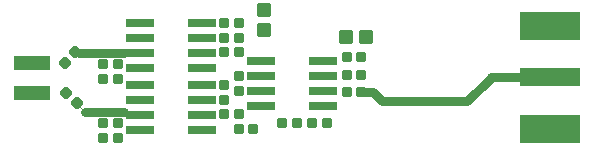
<source format=gbr>
%TF.GenerationSoftware,KiCad,Pcbnew,(6.0.7)*%
%TF.CreationDate,2022-08-24T15:08:17+02:00*%
%TF.ProjectId,diff-probe,64696666-2d70-4726-9f62-652e6b696361,rev?*%
%TF.SameCoordinates,Original*%
%TF.FileFunction,Soldermask,Top*%
%TF.FilePolarity,Negative*%
%FSLAX46Y46*%
G04 Gerber Fmt 4.6, Leading zero omitted, Abs format (unit mm)*
G04 Created by KiCad (PCBNEW (6.0.7)) date 2022-08-24 15:08:17*
%MOMM*%
%LPD*%
G01*
G04 APERTURE LIST*
G04 Aperture macros list*
%AMRoundRect*
0 Rectangle with rounded corners*
0 $1 Rounding radius*
0 $2 $3 $4 $5 $6 $7 $8 $9 X,Y pos of 4 corners*
0 Add a 4 corners polygon primitive as box body*
4,1,4,$2,$3,$4,$5,$6,$7,$8,$9,$2,$3,0*
0 Add four circle primitives for the rounded corners*
1,1,$1+$1,$2,$3*
1,1,$1+$1,$4,$5*
1,1,$1+$1,$6,$7*
1,1,$1+$1,$8,$9*
0 Add four rect primitives between the rounded corners*
20,1,$1+$1,$2,$3,$4,$5,0*
20,1,$1+$1,$4,$5,$6,$7,0*
20,1,$1+$1,$6,$7,$8,$9,0*
20,1,$1+$1,$8,$9,$2,$3,0*%
G04 Aperture macros list end*
%ADD10C,0.800000*%
%ADD11C,0.100000*%
%ADD12C,0.750000*%
%ADD13RoundRect,0.150800X0.000000X-0.424264X0.424264X0.000000X0.000000X0.424264X-0.424264X0.000000X0*%
%ADD14RoundRect,0.150800X0.000000X0.424264X-0.424264X0.000000X0.000000X-0.424264X0.424264X0.000000X0*%
%ADD15RoundRect,0.050800X-1.500000X-0.500000X1.500000X-0.500000X1.500000X0.500000X-1.500000X0.500000X0*%
%ADD16RoundRect,0.150800X-0.300000X-0.300000X0.300000X-0.300000X0.300000X0.300000X-0.300000X0.300000X0*%
%ADD17RoundRect,0.150800X0.300000X0.300000X-0.300000X0.300000X-0.300000X-0.300000X0.300000X-0.300000X0*%
%ADD18RoundRect,0.150800X-0.424264X0.000000X0.000000X-0.424264X0.424264X0.000000X0.000000X0.424264X0*%
%ADD19RoundRect,0.150800X0.424264X0.000000X0.000000X0.424264X-0.424264X0.000000X0.000000X-0.424264X0*%
%ADD20RoundRect,0.050800X-1.104900X0.304800X-1.104900X-0.304800X1.104900X-0.304800X1.104900X0.304800X0*%
%ADD21RoundRect,0.150800X0.300000X-0.300000X0.300000X0.300000X-0.300000X0.300000X-0.300000X-0.300000X0*%
%ADD22RoundRect,0.150800X-0.300000X0.300000X-0.300000X-0.300000X0.300000X-0.300000X0.300000X0.300000X0*%
%ADD23R,5.080000X1.500000*%
%ADD24R,5.080000X2.420000*%
%ADD25RoundRect,0.050800X0.550000X-0.500000X0.550000X0.500000X-0.550000X0.500000X-0.550000X-0.500000X0*%
%ADD26RoundRect,0.050800X-0.500000X-0.550000X0.500000X-0.550000X0.500000X0.550000X-0.500000X0.550000X0*%
G04 APERTURE END LIST*
D10*
X156300000Y-100000000D02*
X155500000Y-99200000D01*
X165400000Y-98100000D02*
X163500000Y-100000000D01*
X163500000Y-100000000D02*
X156300000Y-100000000D01*
X131100000Y-100900000D02*
X134400000Y-100900000D01*
D11*
X166500000Y-98000000D02*
X166300000Y-97900000D01*
X130500000Y-100300000D02*
X131100000Y-100900000D01*
D10*
X155500000Y-99200000D02*
X154600000Y-99200000D01*
D12*
X134400000Y-95900000D02*
X130600000Y-95900000D01*
D10*
X167900000Y-98000000D02*
X165500000Y-98000000D01*
D13*
%TO.C,R28*%
X129436008Y-96740242D03*
D14*
X130319892Y-95856358D03*
%TD*%
D15*
%TO.C,J3*%
X126679050Y-99300000D03*
X126679050Y-96760000D03*
%TD*%
D16*
%TO.C,C19*%
X132631100Y-96878600D03*
D17*
X133881100Y-96878600D03*
%TD*%
D16*
%TO.C,C20*%
X132631100Y-98128600D03*
D17*
X133881100Y-98128600D03*
%TD*%
%TO.C,C24*%
X151575000Y-101878600D03*
D16*
X150325000Y-101878600D03*
%TD*%
D18*
%TO.C,R20*%
X129536008Y-99284458D03*
D19*
X130419892Y-100168342D03*
%TD*%
D20*
%TO.C,IC3*%
X135764900Y-98598600D03*
X135764900Y-99868600D03*
X135764900Y-101138600D03*
X135764900Y-102408600D03*
X140997300Y-102408600D03*
X140997300Y-101138600D03*
X140997300Y-99868600D03*
X140997300Y-98598600D03*
%TD*%
D16*
%TO.C,R26*%
X144131100Y-102378600D03*
D17*
X145381100Y-102378600D03*
%TD*%
D16*
%TO.C,R30*%
X153275000Y-99200000D03*
D17*
X154525000Y-99200000D03*
%TD*%
D16*
%TO.C,C22*%
X132631100Y-103128600D03*
D17*
X133881100Y-103128600D03*
%TD*%
D16*
%TO.C,C18*%
X153275000Y-97753600D03*
D17*
X154525000Y-97753600D03*
%TD*%
D16*
%TO.C,C17*%
X153275000Y-96300000D03*
D17*
X154525000Y-96300000D03*
%TD*%
D21*
%TO.C,C16*%
X142881100Y-99878600D03*
D22*
X142881100Y-98628600D03*
%TD*%
D16*
%TO.C,R22*%
X142881100Y-101128600D03*
D17*
X144131100Y-101128600D03*
%TD*%
D16*
%TO.C,C21*%
X132631100Y-101878600D03*
D17*
X133881100Y-101878600D03*
%TD*%
D21*
%TO.C,C13*%
X142881100Y-94628600D03*
D22*
X142881100Y-93378600D03*
%TD*%
D20*
%TO.C,IC5*%
X135764900Y-93348600D03*
X135764900Y-94618600D03*
X135764900Y-95888600D03*
X135764900Y-97158600D03*
X140997300Y-97158600D03*
X140997300Y-95888600D03*
X140997300Y-94618600D03*
X140997300Y-93348600D03*
%TD*%
D21*
%TO.C,C14*%
X144131100Y-94628600D03*
D22*
X144131100Y-93378600D03*
%TD*%
D23*
%TO.C,X2*%
X170530000Y-98000000D03*
D24*
X170530000Y-102380000D03*
X170530000Y-93620000D03*
%TD*%
D25*
%TO.C,C54*%
X146300000Y-93950000D03*
X146300000Y-92250000D03*
%TD*%
D26*
%TO.C,C52*%
X153250000Y-94600000D03*
X154950000Y-94600000D03*
%TD*%
D20*
%TO.C,IC4*%
X146014900Y-96598600D03*
X146014900Y-97868600D03*
X146014900Y-99138600D03*
X146014900Y-100408600D03*
X151247300Y-100408600D03*
X151247300Y-99138600D03*
X151247300Y-97868600D03*
X151247300Y-96598600D03*
%TD*%
D21*
%TO.C,C15*%
X144131100Y-99128600D03*
D22*
X144131100Y-97878600D03*
%TD*%
D16*
%TO.C,C23*%
X147825000Y-101878600D03*
D17*
X149075000Y-101878600D03*
%TD*%
D16*
%TO.C,R32*%
X142881100Y-95878600D03*
D17*
X144131100Y-95878600D03*
%TD*%
M02*

</source>
